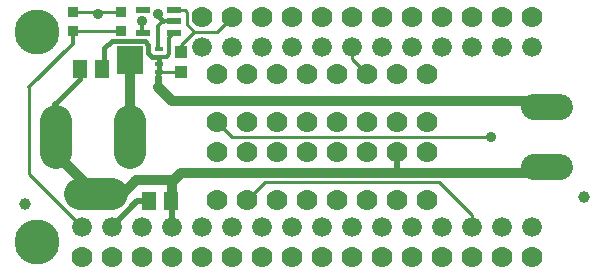
<source format=gbr>
G04 EAGLE Gerber RS-274X export*
G75*
%MOMM*%
%FSLAX34Y34*%
%LPD*%
%INTop Copper*%
%IPPOS*%
%AMOC8*
5,1,8,0,0,1.08239X$1,22.5*%
G01*
%ADD10C,3.810000*%
%ADD11C,1.778000*%
%ADD12R,0.900000X0.900000*%
%ADD13C,1.000000*%
%ADD14C,1.676400*%
%ADD15C,2.700000*%
%ADD16R,1.200000X0.550000*%
%ADD17R,1.240000X1.500000*%
%ADD18C,2.184400*%
%ADD19R,0.700000X0.420000*%
%ADD20R,2.250000X2.350000*%
%ADD21R,1.000000X1.075000*%
%ADD22C,0.254000*%
%ADD23C,0.304800*%
%ADD24C,0.508000*%
%ADD25C,0.609600*%
%ADD26C,0.812800*%
%ADD27C,0.906400*%
%ADD28C,0.406400*%


D10*
X25400Y203200D03*
X25400Y25400D03*
D11*
X165100Y215900D03*
X190500Y215900D03*
X215900Y215900D03*
X241300Y215900D03*
X266700Y215900D03*
X292100Y215900D03*
X317500Y215900D03*
X342900Y215900D03*
X368300Y215900D03*
X393700Y215900D03*
X419100Y215900D03*
X444500Y215900D03*
X165100Y12700D03*
X190500Y12700D03*
X215900Y12700D03*
X241300Y12700D03*
X266700Y12700D03*
X292100Y12700D03*
X317500Y12700D03*
X342900Y12700D03*
X368300Y12700D03*
X393700Y12700D03*
X419100Y12700D03*
X444500Y12700D03*
X139700Y12700D03*
X114300Y12700D03*
X88900Y12700D03*
X63500Y12700D03*
D12*
X96700Y220090D03*
X96700Y204090D03*
X55700Y204090D03*
X55700Y220090D03*
D13*
X488950Y63500D03*
X15240Y57150D03*
D11*
X355600Y127000D03*
X355600Y101600D03*
X330200Y127000D03*
X330200Y101600D03*
X304800Y127000D03*
X304800Y101600D03*
X279400Y127000D03*
X279400Y101600D03*
X254000Y127000D03*
X254000Y101600D03*
X228600Y127000D03*
X228600Y101600D03*
X203200Y127000D03*
X203200Y101600D03*
X177800Y127000D03*
X177800Y101600D03*
X177800Y167640D03*
X203200Y167640D03*
X228600Y167640D03*
X254000Y167640D03*
X279400Y167640D03*
X304800Y167640D03*
X330200Y167640D03*
X355600Y167640D03*
X355600Y60960D03*
X330200Y60960D03*
X304800Y60960D03*
X279400Y60960D03*
X254000Y60960D03*
X228600Y60960D03*
X203200Y60960D03*
X177800Y60960D03*
D14*
X165100Y190500D03*
X190500Y190500D03*
X215900Y190500D03*
X241300Y190500D03*
X266700Y190500D03*
X292100Y190500D03*
X317500Y190500D03*
X342900Y190500D03*
X368300Y190500D03*
X393700Y190500D03*
X419100Y190500D03*
X444500Y190500D03*
X444500Y38100D03*
X419100Y38100D03*
X393700Y38100D03*
X368300Y38100D03*
X342900Y38100D03*
X317500Y38100D03*
X292100Y38100D03*
X266700Y38100D03*
X241300Y38100D03*
X215900Y38100D03*
X190500Y38100D03*
X165100Y38100D03*
X139700Y38100D03*
X114300Y38100D03*
X88900Y38100D03*
X63500Y38100D03*
D15*
X104250Y100800D02*
X104250Y127800D01*
X41750Y127800D02*
X41750Y100800D01*
X62250Y66300D02*
X89250Y66300D01*
D16*
X141270Y202590D03*
X141270Y212090D03*
X141270Y221590D03*
X115270Y221590D03*
X115270Y202590D03*
D17*
X80620Y171450D03*
X61620Y171450D03*
X120040Y59690D03*
X139040Y59690D03*
D18*
X446278Y88900D02*
X468122Y88900D01*
X468122Y139700D02*
X446278Y139700D01*
D19*
X128760Y175820D03*
X128760Y169320D03*
X128760Y182320D03*
X128760Y188820D03*
D20*
X104260Y179070D03*
D21*
X147320Y186300D03*
X147320Y169300D03*
D22*
X96700Y204090D02*
X55700Y204090D01*
X19050Y82550D02*
X63500Y38100D01*
X19050Y82550D02*
X19050Y156210D01*
D23*
X55700Y192860D01*
X55700Y204090D01*
D24*
X330200Y101600D02*
X330200Y83820D01*
X139700Y58420D02*
X139700Y38100D01*
D22*
X77470Y220090D02*
X55700Y220090D01*
X77470Y220090D02*
X96700Y220090D01*
D25*
X41750Y114300D02*
X41750Y106650D01*
D26*
X147320Y83820D02*
X330200Y83820D01*
X452120Y83820D01*
D24*
X139700Y60350D02*
X139040Y59690D01*
D26*
X139700Y60350D02*
X139700Y76200D01*
X147320Y83820D01*
D22*
X139040Y59690D02*
X139700Y59030D01*
X139700Y58420D01*
D26*
X452120Y83820D02*
X457200Y88900D01*
X98050Y66300D02*
X75750Y66300D01*
X98050Y66300D02*
X109220Y77470D01*
X138430Y77470D01*
D25*
X139700Y76200D01*
D23*
X98680Y220090D02*
X96700Y220090D01*
X77470Y220090D02*
X77470Y218440D01*
D27*
X77470Y218440D03*
D23*
X132080Y212090D02*
X141270Y212090D01*
X132080Y212090D02*
X128270Y208280D01*
X128270Y190500D01*
X128760Y188820D02*
X127410Y188820D01*
D28*
X132080Y212090D02*
X127834Y216336D01*
X127834Y218440D01*
D27*
X127834Y218440D03*
D28*
X61620Y171450D02*
X61620Y163220D01*
X40640Y142240D01*
D25*
X40640Y115410D02*
X41750Y114300D01*
X40640Y115410D02*
X40640Y142240D01*
D23*
X128760Y188820D02*
X128760Y190010D01*
X128270Y190500D01*
D26*
X41750Y100300D02*
X75750Y66300D01*
X41750Y100300D02*
X41750Y106650D01*
D22*
X177800Y203200D02*
X190500Y215900D01*
X158750Y203200D02*
X152400Y209550D01*
X152400Y219710D01*
X150520Y221590D01*
X141270Y221590D01*
X158750Y203200D02*
X177800Y203200D01*
X147320Y191770D02*
X147320Y186300D01*
X147320Y191770D02*
X158750Y203200D01*
X292100Y180340D02*
X304800Y167640D01*
X292100Y180340D02*
X292100Y190500D01*
X218440Y76200D02*
X203200Y60960D01*
X218440Y76200D02*
X365760Y76200D01*
X393700Y48260D02*
X393700Y38100D01*
X393700Y48260D02*
X365760Y76200D01*
D26*
X160020Y144780D02*
X139700Y144780D01*
X160020Y144780D02*
X452120Y144780D01*
D28*
X160020Y144780D02*
X158090Y146710D01*
D26*
X452120Y144780D02*
X457200Y139700D01*
D28*
X128760Y169320D02*
X128760Y175820D01*
X128760Y182320D01*
D25*
X128270Y165100D02*
X128270Y156210D01*
D26*
X139700Y144780D01*
D23*
X135330Y182320D02*
X128760Y182320D01*
X135330Y182320D02*
X137160Y184150D01*
X137160Y197810D01*
D22*
X130010Y169300D02*
X147320Y169300D01*
D28*
X82550Y173380D02*
X80620Y171450D01*
X82550Y173380D02*
X82550Y189230D01*
X88900Y195580D01*
X90463Y195580D01*
X90517Y195526D01*
X119574Y192503D02*
X119574Y185226D01*
X119574Y192503D02*
X116551Y195526D01*
X90517Y195526D01*
X122480Y182320D02*
X128760Y182320D01*
X122480Y182320D02*
X119574Y185226D01*
D23*
X137160Y197810D02*
X141270Y201920D01*
X141270Y202590D01*
D28*
X128270Y168830D02*
X128270Y165100D01*
X128270Y168830D02*
X128760Y169320D01*
X129990Y169320D01*
X130010Y169300D01*
D22*
X177800Y127000D02*
X190500Y114300D01*
X410210Y114300D01*
D27*
X410210Y114300D03*
D24*
X120040Y59690D02*
X110490Y59690D01*
X88900Y38100D01*
D27*
X114300Y212090D03*
D23*
X114300Y203560D02*
X115270Y202590D01*
X114300Y203560D02*
X114300Y212090D01*
D26*
X104260Y179070D02*
X104250Y179060D01*
X104250Y114300D01*
M02*

</source>
